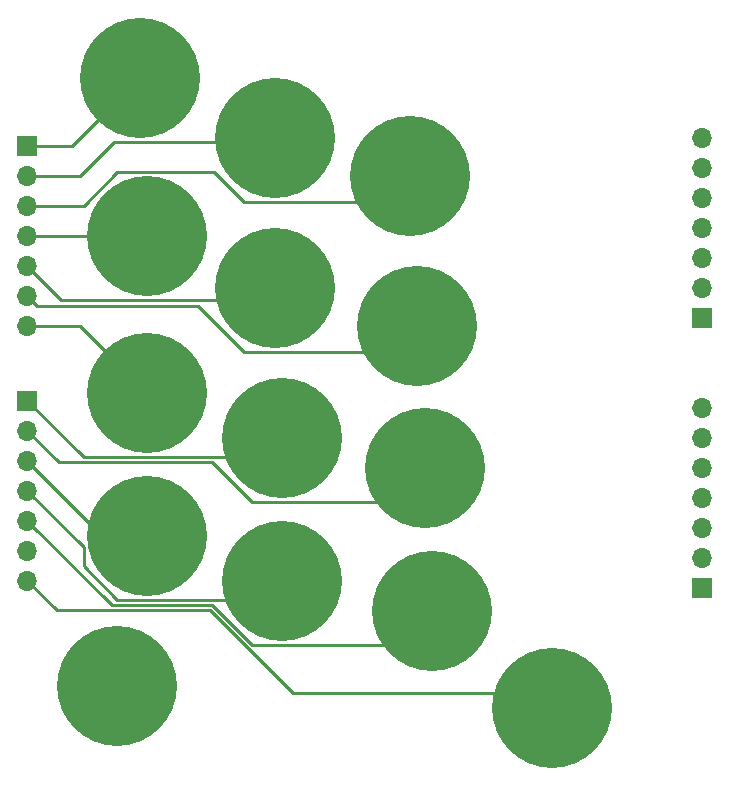
<source format=gbr>
%TF.GenerationSoftware,KiCad,Pcbnew,(5.1.6)-1*%
%TF.CreationDate,2020-11-13T18:32:27-06:00*%
%TF.ProjectId,BPS_Scrutineering,4250535f-5363-4727-9574-696e65657269,rev?*%
%TF.SameCoordinates,Original*%
%TF.FileFunction,Copper,L2,Bot*%
%TF.FilePolarity,Positive*%
%FSLAX46Y46*%
G04 Gerber Fmt 4.6, Leading zero omitted, Abs format (unit mm)*
G04 Created by KiCad (PCBNEW (5.1.6)-1) date 2020-11-13 18:32:27*
%MOMM*%
%LPD*%
G01*
G04 APERTURE LIST*
%TA.AperFunction,ComponentPad*%
%ADD10C,10.160000*%
%TD*%
%TA.AperFunction,ComponentPad*%
%ADD11O,1.700000X1.700000*%
%TD*%
%TA.AperFunction,ComponentPad*%
%ADD12R,1.700000X1.700000*%
%TD*%
%TA.AperFunction,Conductor*%
%ADD13C,0.250000*%
%TD*%
G04 APERTURE END LIST*
D10*
%TO.P,J14,1*%
%TO.N,Net-(J14-Pad1)*%
X134620000Y-108585000D03*
%TD*%
%TO.P,J13,1*%
%TO.N,Net-(J13-Pad1)*%
X97790000Y-106680000D03*
%TD*%
%TO.P,J12,1*%
%TO.N,Net-(J12-Pad1)*%
X124460000Y-100330000D03*
%TD*%
%TO.P,J11,1*%
%TO.N,Net-(J11-Pad1)*%
X111760000Y-97790000D03*
%TD*%
%TO.P,J10,1*%
%TO.N,Net-(J10-Pad1)*%
X100330000Y-93980000D03*
%TD*%
%TO.P,J9,1*%
%TO.N,Net-(J9-Pad1)*%
X123825000Y-88265000D03*
%TD*%
%TO.P,J8,1*%
%TO.N,Net-(J8-Pad1)*%
X111760000Y-85725000D03*
%TD*%
%TO.P,J7,1*%
%TO.N,Net-(J7-Pad1)*%
X100330000Y-81915000D03*
%TD*%
%TO.P,J6,1*%
%TO.N,Net-(J6-Pad1)*%
X123190000Y-76200000D03*
%TD*%
%TO.P,J5,1*%
%TO.N,Net-(J5-Pad1)*%
X111125000Y-73025000D03*
%TD*%
%TO.P,J4,1*%
%TO.N,Net-(J4-Pad1)*%
X100330000Y-68580000D03*
%TD*%
%TO.P,J3,1*%
%TO.N,Net-(J3-Pad1)*%
X122555000Y-63500000D03*
%TD*%
%TO.P,J2,1*%
%TO.N,Net-(J2-Pad1)*%
X111125000Y-60325000D03*
%TD*%
%TO.P,J1,1*%
%TO.N,Net-(J1-Pad1)*%
X99695000Y-55245000D03*
%TD*%
D11*
%TO.P,JC4,7*%
%TO.N,Net-(J14-Pad1)*%
X90170000Y-97790000D03*
%TO.P,JC4,6*%
%TO.N,Net-(J13-Pad1)*%
X90170000Y-95250000D03*
%TO.P,JC4,5*%
%TO.N,Net-(J12-Pad1)*%
X90170000Y-92710000D03*
%TO.P,JC4,4*%
%TO.N,Net-(J11-Pad1)*%
X90170000Y-90170000D03*
%TO.P,JC4,3*%
%TO.N,Net-(J10-Pad1)*%
X90170000Y-87630000D03*
%TO.P,JC4,2*%
%TO.N,Net-(J9-Pad1)*%
X90170000Y-85090000D03*
D12*
%TO.P,JC4,1*%
%TO.N,Net-(J8-Pad1)*%
X90170000Y-82550000D03*
%TD*%
D11*
%TO.P,JC3,7*%
%TO.N,Net-(JC3-Pad7)*%
X147320000Y-83185000D03*
%TO.P,JC3,6*%
%TO.N,Net-(JC3-Pad6)*%
X147320000Y-85725000D03*
%TO.P,JC3,5*%
%TO.N,Net-(JC3-Pad5)*%
X147320000Y-88265000D03*
%TO.P,JC3,4*%
%TO.N,Net-(JC3-Pad4)*%
X147320000Y-90805000D03*
%TO.P,JC3,3*%
%TO.N,Net-(JC3-Pad3)*%
X147320000Y-93345000D03*
%TO.P,JC3,2*%
%TO.N,Net-(JC3-Pad2)*%
X147320000Y-95885000D03*
D12*
%TO.P,JC3,1*%
%TO.N,Net-(JC3-Pad1)*%
X147320000Y-98425000D03*
%TD*%
D11*
%TO.P,JC2,7*%
%TO.N,Net-(JC2-Pad7)*%
X147320000Y-60325000D03*
%TO.P,JC2,6*%
%TO.N,Net-(JC2-Pad6)*%
X147320000Y-62865000D03*
%TO.P,JC2,5*%
%TO.N,Net-(JC2-Pad5)*%
X147320000Y-65405000D03*
%TO.P,JC2,4*%
%TO.N,Net-(JC2-Pad4)*%
X147320000Y-67945000D03*
%TO.P,JC2,3*%
%TO.N,Net-(JC2-Pad3)*%
X147320000Y-70485000D03*
%TO.P,JC2,2*%
%TO.N,Net-(JC2-Pad2)*%
X147320000Y-73025000D03*
D12*
%TO.P,JC2,1*%
%TO.N,Net-(JC2-Pad1)*%
X147320000Y-75565000D03*
%TD*%
D11*
%TO.P,JC1,7*%
%TO.N,Net-(J7-Pad1)*%
X90170000Y-76200000D03*
%TO.P,JC1,6*%
%TO.N,Net-(J6-Pad1)*%
X90170000Y-73660000D03*
%TO.P,JC1,5*%
%TO.N,Net-(J5-Pad1)*%
X90170000Y-71120000D03*
%TO.P,JC1,4*%
%TO.N,Net-(J4-Pad1)*%
X90170000Y-68580000D03*
%TO.P,JC1,3*%
%TO.N,Net-(J3-Pad1)*%
X90170000Y-66040000D03*
%TO.P,JC1,2*%
%TO.N,Net-(J2-Pad1)*%
X90170000Y-63500000D03*
D12*
%TO.P,JC1,1*%
%TO.N,Net-(J1-Pad1)*%
X90170000Y-60960000D03*
%TD*%
D13*
%TO.N,Net-(J1-Pad1)*%
X93980000Y-60960000D02*
X99695000Y-55245000D01*
X90170000Y-60960000D02*
X93980000Y-60960000D01*
%TO.N,Net-(J2-Pad1)*%
X90170000Y-63500000D02*
X94615000Y-63500000D01*
X110799999Y-60650001D02*
X111125000Y-60325000D01*
X97464999Y-60650001D02*
X110799999Y-60650001D01*
X94615000Y-63500000D02*
X97464999Y-60650001D01*
%TO.N,Net-(J3-Pad1)*%
X120324999Y-65730001D02*
X122555000Y-63500000D01*
X108530599Y-65730001D02*
X120324999Y-65730001D01*
X105975597Y-63174999D02*
X108530599Y-65730001D01*
X97790000Y-63174999D02*
X105975597Y-63174999D01*
X94924999Y-66040000D02*
X97790000Y-63174999D01*
X90170000Y-66040000D02*
X94924999Y-66040000D01*
%TO.N,Net-(J4-Pad1)*%
X90170000Y-68580000D02*
X100330000Y-68580000D01*
%TO.N,Net-(J5-Pad1)*%
X110164999Y-73985001D02*
X111125000Y-73025000D01*
X93035001Y-73985001D02*
X110164999Y-73985001D01*
X90170000Y-71120000D02*
X93035001Y-73985001D01*
%TO.N,Net-(J6-Pad1)*%
X120959999Y-78430001D02*
X123190000Y-76200000D01*
X108530599Y-78430001D02*
X120959999Y-78430001D01*
X104610597Y-74509999D02*
X108530599Y-78430001D01*
X91019999Y-74509999D02*
X104610597Y-74509999D01*
X90170000Y-73660000D02*
X91019999Y-74509999D01*
%TO.N,Net-(J7-Pad1)*%
X94615000Y-76200000D02*
X100330000Y-81915000D01*
X90170000Y-76200000D02*
X94615000Y-76200000D01*
%TO.N,Net-(J8-Pad1)*%
X94940001Y-87320001D02*
X110164999Y-87320001D01*
X110164999Y-87320001D02*
X111760000Y-85725000D01*
X90170000Y-82550000D02*
X94940001Y-87320001D01*
%TO.N,Net-(J9-Pad1)*%
X120959999Y-91130001D02*
X123825000Y-88265000D01*
X109165599Y-91130001D02*
X120959999Y-91130001D01*
X105805609Y-87770011D02*
X109165599Y-91130001D01*
X92850011Y-87770011D02*
X105805609Y-87770011D01*
X90170000Y-85090000D02*
X92850011Y-87770011D01*
%TO.N,Net-(J10-Pad1)*%
X96520000Y-93980000D02*
X100330000Y-93980000D01*
X90170000Y-87630000D02*
X96520000Y-93980000D01*
%TO.N,Net-(J11-Pad1)*%
X110164999Y-99385001D02*
X111760000Y-97790000D01*
X94924999Y-96574401D02*
X97735599Y-99385001D01*
X97735599Y-99385001D02*
X110164999Y-99385001D01*
X94924999Y-94924999D02*
X94924999Y-96574401D01*
X90170000Y-90170000D02*
X94924999Y-94924999D01*
%TO.N,Net-(J12-Pad1)*%
X121594999Y-103195001D02*
X124460000Y-100330000D01*
X109165599Y-103195001D02*
X121594999Y-103195001D01*
X105805609Y-99835011D02*
X109165599Y-103195001D01*
X97295011Y-99835011D02*
X105805609Y-99835011D01*
X90170000Y-92710000D02*
X97295011Y-99835011D01*
%TO.N,Net-(J14-Pad1)*%
X105619209Y-100285021D02*
X112649188Y-107315000D01*
X90170000Y-97790000D02*
X92665021Y-100285021D01*
X92665021Y-100285021D02*
X105619209Y-100285021D01*
X133350000Y-107315000D02*
X134620000Y-108585000D01*
X112649188Y-107315000D02*
X133350000Y-107315000D01*
%TD*%
M02*

</source>
